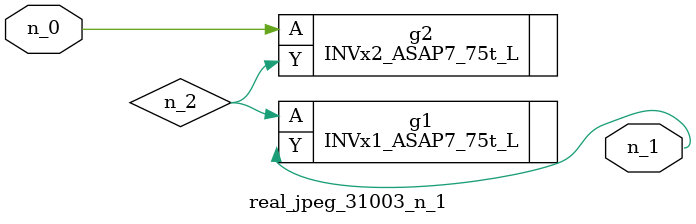
<source format=v>
module real_jpeg_31003_n_1 (n_0, n_1);

input n_0;

output n_1;

wire n_2;

INVx2_ASAP7_75t_L g2 ( 
.A(n_0),
.Y(n_2)
);

INVx1_ASAP7_75t_L g1 ( 
.A(n_2),
.Y(n_1)
);


endmodule
</source>
